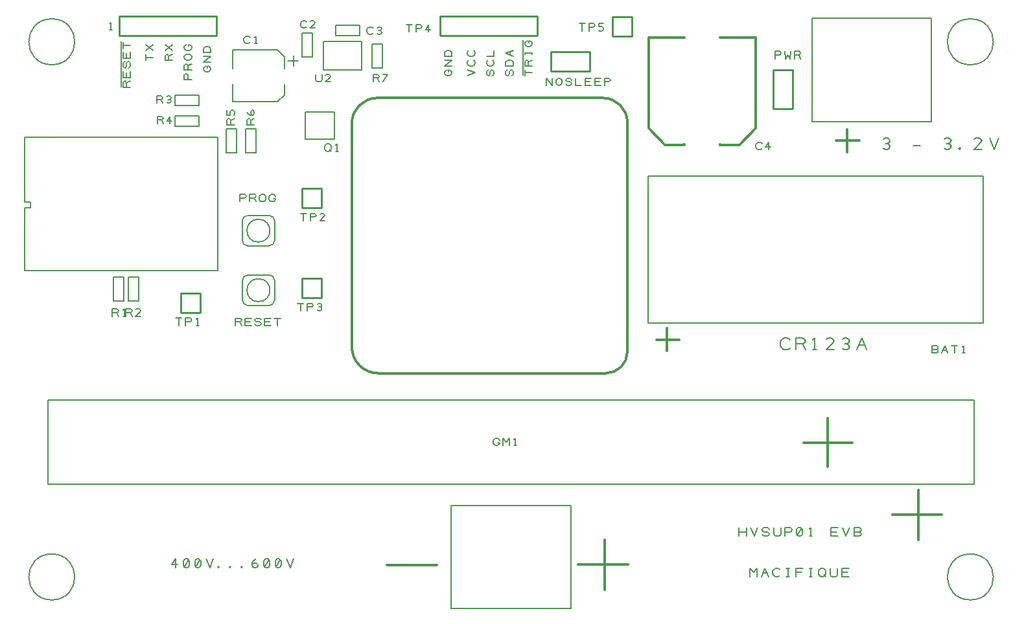
<source format=gbr>
G04 EasyPC Gerber Version 21.0.3 Build 4286 *
%FSLAX35Y35*%
%MOMM*%
%ADD10C,0.12700*%
%ADD12C,0.20000*%
%ADD11C,0.25400*%
%ADD110C,0.30000*%
%ADD111C,0.30480*%
X0Y0D02*
D02*
D10*
X154830Y6257630D02*
X2674830D01*
Y4517630*
X154830*
Y5334170*
X225650*
Y5409170*
X154830*
Y6257630*
X506350Y806350D02*
G75*
G03Y206350J-300000D01*
G01*
G75*
G03Y806350J300000*
G01*
Y7806350D02*
G75*
G03Y7206350J-300000D01*
G01*
G75*
G03Y7806350J300000*
G01*
X1261530Y7665480D02*
X1293280D01*
X1277400D02*
Y7760730D01*
X1261530Y7744860*
X1296350Y3915480D02*
Y4010730D01*
X1351910*
X1367790Y4002800*
X1375730Y3986920*
X1367790Y3971050*
X1351910Y3963110*
X1296350*
X1351910D02*
X1375730Y3915480D01*
X1439230D02*
X1470980D01*
X1455100D02*
Y4010730D01*
X1439230Y3994860*
X1309040Y4427880D02*
X1443660D01*
Y4115460*
X1309040*
Y4427880*
X1476350Y3915160D02*
Y4010410D01*
X1531910*
X1547790Y4002480*
X1555730Y3986600*
X1547790Y3970730*
X1531910Y3962790*
X1476350*
X1531910D02*
X1555730Y3915160D01*
X1666850D02*
X1603350D01*
X1658910Y3970730*
X1666850Y3986600*
X1658910Y4002480*
X1643040Y4010410*
X1619230*
X1603350Y4002480*
X1509040Y4427560D02*
X1643660D01*
Y4115140*
X1509040*
Y4427560*
X1531840Y6911670D02*
X1436590D01*
Y6967230*
X1444520Y6983110*
X1460400Y6991050*
X1476270Y6983110*
X1484210Y6967230*
Y6911670*
Y6967230D02*
X1531840Y6991050D01*
Y7038670D02*
X1436590D01*
Y7118050*
X1484210Y7102170D02*
Y7038670D01*
X1531840D02*
Y7118050D01*
X1508020Y7165670D02*
X1523900Y7173610D01*
X1531840Y7189480*
Y7221230*
X1523900Y7237110*
X1508020Y7245050*
X1492150Y7237110*
X1484210Y7221230*
Y7189480*
X1476270Y7173610*
X1460400Y7165670*
X1444520Y7173610*
X1436590Y7189480*
Y7221230*
X1444520Y7237110*
X1460400Y7245050*
X1531840Y7292670D02*
X1436590D01*
Y7372050*
X1484210Y7356170D02*
Y7292670D01*
X1531840D02*
Y7372050D01*
Y7459360D02*
X1436590D01*
Y7419670D02*
Y7499050D01*
X1415950Y6918020D02*
Y7508570D01*
X1831840Y7301360D02*
X1736590D01*
Y7261670D02*
Y7341050D01*
X1831840Y7388670D02*
X1736590Y7468050D01*
Y7388670D02*
X1831840Y7468050D01*
X1875650Y6705480D02*
Y6800730D01*
X1931210*
X1947090Y6792800*
X1955030Y6776920*
X1947090Y6761050*
X1931210Y6753110*
X1875650*
X1931210D02*
X1955030Y6705480D01*
X2010590Y6713420D02*
X2026460Y6705480D01*
X2042340*
X2058210Y6713420*
X2066150Y6729300*
X2058210Y6745170*
X2042340Y6753110*
X2026460*
X2042340D02*
X2058210Y6761050D01*
X2066150Y6776920*
X2058210Y6792800*
X2042340Y6800730*
X2026460*
X2010590Y6792800*
X1885650Y6435480D02*
Y6530730D01*
X1941210*
X1957090Y6522800*
X1965030Y6506920*
X1957090Y6491050*
X1941210Y6483110*
X1885650*
X1941210D02*
X1965030Y6435480D01*
X2052340D02*
Y6530730D01*
X2012650Y6467230*
X2076150*
X2081840Y7261670D02*
X1986590D01*
Y7317230*
X1994520Y7333110*
X2010400Y7341050*
X2026270Y7333110*
X2034210Y7317230*
Y7261670*
Y7317230D02*
X2081840Y7341050D01*
Y7388670D02*
X1986590Y7468050D01*
Y7388670D02*
X2081840Y7468050D01*
X2119440Y6404360D02*
Y6538980D01*
X2431860*
Y6404360*
X2119440*
Y6674360D02*
Y6808980D01*
X2431860*
Y6674360*
X2119440*
X2164840Y3797980D02*
Y3893230D01*
X2125150D02*
X2204530D01*
X2252150Y3797980D02*
Y3893230D01*
X2307710*
X2323590Y3885300*
X2331530Y3869420*
X2323590Y3853550*
X2307710Y3845610*
X2252150*
X2395030Y3797980D02*
X2426780D01*
X2410900D02*
Y3893230D01*
X2395030Y3877360*
X2331840Y7011670D02*
X2236590D01*
Y7067230*
X2244520Y7083110*
X2260400Y7091050*
X2276270Y7083110*
X2284210Y7067230*
Y7011670*
X2331840Y7138670D02*
X2236590D01*
Y7194230*
X2244520Y7210110*
X2260400Y7218050*
X2276270Y7210110*
X2284210Y7194230*
Y7138670*
Y7194230D02*
X2331840Y7218050D01*
X2300090Y7265670D02*
X2268340D01*
X2252460Y7273610*
X2244520Y7281550*
X2236590Y7297420*
Y7313300*
X2244520Y7329170*
X2252460Y7337110*
X2268340Y7345050*
X2300090*
X2315960Y7337110*
X2323900Y7329170*
X2331840Y7313300*
Y7297420*
X2323900Y7281550*
X2315960Y7273610*
X2300090Y7265670*
X2292150Y7448230D02*
Y7472050D01*
X2300090*
X2315960Y7464110*
X2323900Y7456170*
X2331840Y7440300*
Y7424420*
X2323900Y7408550*
X2315960Y7400610*
X2300090Y7392670*
X2268340*
X2252460Y7400610*
X2244520Y7408550*
X2236590Y7424420*
Y7440300*
X2244520Y7456170*
X2252460Y7464110*
X2268340Y7472050*
X2542150Y7167230D02*
Y7191050D01*
X2550090*
X2565960Y7183110*
X2573900Y7175170*
X2581840Y7159300*
Y7143420*
X2573900Y7127550*
X2565960Y7119610*
X2550090Y7111670*
X2518340*
X2502460Y7119610*
X2494520Y7127550*
X2486590Y7143420*
Y7159300*
X2494520Y7175170*
X2502460Y7183110*
X2518340Y7191050*
X2581840Y7238670D02*
X2486590D01*
X2581840Y7318050*
X2486590*
X2581840Y7365670D02*
X2486590D01*
Y7413300*
X2494520Y7429170*
X2502460Y7437110*
X2518340Y7445050*
X2550090*
X2565960Y7437110*
X2573900Y7429170*
X2581840Y7413300*
Y7365670*
X2788340Y6367880D02*
X2922960D01*
Y6055460*
X2788340*
Y6367880*
X2865650Y6955470D02*
Y6721670D01*
X3455650*
X3545650Y6811670*
Y6955470*
X2865650Y7155470D02*
Y7401670D01*
X3455650*
X3545650Y7311670*
Y7155470*
X2905650Y3795480D02*
Y3890730D01*
X2961210*
X2977090Y3882800*
X2985030Y3866920*
X2977090Y3851050*
X2961210Y3843110*
X2905650*
X2961210D02*
X2985030Y3795480D01*
X3032650D02*
Y3890730D01*
X3112030*
X3096150Y3843110D02*
X3032650D01*
Y3795480D02*
X3112030D01*
X3159650Y3819300D02*
X3167590Y3803420D01*
X3183460Y3795480*
X3215210*
X3231090Y3803420*
X3239030Y3819300*
X3231090Y3835170*
X3215210Y3843110*
X3183460*
X3167590Y3851050*
X3159650Y3866920*
X3167590Y3882800*
X3183460Y3890730*
X3215210*
X3231090Y3882800*
X3239030Y3866920*
X3286650Y3795480D02*
Y3890730D01*
X3366030*
X3350150Y3843110D02*
X3286650D01*
Y3795480D02*
X3366030D01*
X3453340D02*
Y3890730D01*
X3413650D02*
X3493030D01*
X2891840Y6421670D02*
X2796590D01*
Y6477230*
X2804520Y6493110*
X2820400Y6501050*
X2836270Y6493110*
X2844210Y6477230*
Y6421670*
Y6477230D02*
X2891840Y6501050D01*
X2883900Y6548670D02*
X2891840Y6564550D01*
Y6588360*
X2883900Y6604230*
X2868020Y6612170*
X2860090*
X2844210Y6604230*
X2836270Y6588360*
Y6548670*
X2796590*
Y6612170*
X2965650Y5415480D02*
Y5510730D01*
X3021210*
X3037090Y5502800*
X3045030Y5486920*
X3037090Y5471050*
X3021210Y5463110*
X2965650*
X3092650Y5415480D02*
Y5510730D01*
X3148210*
X3164090Y5502800*
X3172030Y5486920*
X3164090Y5471050*
X3148210Y5463110*
X3092650*
X3148210D02*
X3172030Y5415480D01*
X3219650Y5447230D02*
Y5478980D01*
X3227590Y5494860*
X3235530Y5502800*
X3251400Y5510730*
X3267280*
X3283150Y5502800*
X3291090Y5494860*
X3299030Y5478980*
Y5447230*
X3291090Y5431360*
X3283150Y5423420*
X3267280Y5415480*
X3251400*
X3235530Y5423420*
X3227590Y5431360*
X3219650Y5447230*
X3402210Y5455170D02*
X3426030D01*
Y5447230*
X3418090Y5431360*
X3410150Y5423420*
X3394280Y5415480*
X3378400*
X3362530Y5423420*
X3354590Y5431360*
X3346650Y5447230*
Y5478980*
X3354590Y5494860*
X3362530Y5502800*
X3378400Y5510730*
X3394280*
X3410150Y5502800*
X3418090Y5494860*
X3426030Y5478980*
X3095030Y7501360D02*
X3087090Y7493420D01*
X3071210Y7485480*
X3047400*
X3031530Y7493420*
X3023590Y7501360*
X3015650Y7517230*
Y7548980*
X3023590Y7564860*
X3031530Y7572800*
X3047400Y7580730*
X3071210*
X3087090Y7572800*
X3095030Y7564860*
X3158530Y7485480D02*
X3190280D01*
X3174400D02*
Y7580730D01*
X3158530Y7564860*
X3038340Y6367880D02*
X3172960D01*
Y6055460*
X3038340*
Y6367880*
X3068150Y4836670D02*
X3343150D01*
G75*
G03X3418150Y4911670J75000*
G01*
Y5161670*
G75*
G03X3343150Y5236670I-75000*
G01*
X3068150*
G75*
G03X2993150Y5161670J-75000*
G01*
Y4911670*
G75*
G03X3068150Y4836670I75000*
G01*
X3151840Y6421670D02*
X3056590D01*
Y6477230*
X3064520Y6493110*
X3080400Y6501050*
X3096270Y6493110*
X3104210Y6477230*
Y6421670*
Y6477230D02*
X3151840Y6501050D01*
X3128020Y6548670D02*
X3112150Y6556610D01*
X3104210Y6572480*
Y6588360*
X3112150Y6604230*
X3128020Y6612170*
X3143900Y6604230*
X3151840Y6588360*
Y6572480*
X3143900Y6556610*
X3128020Y6548670*
X3104210*
X3080400Y6556610*
X3064520Y6572480*
X3056590Y6588360*
X3205650Y5186170D02*
G75*
G03Y4886170J-150000D01*
G01*
G75*
G03Y5186170J150000*
G01*
X3206350Y4107170D02*
G75*
G03Y4407170J150000D01*
G01*
G75*
G03Y4107170J-150000*
G01*
X3343850Y4456670D02*
X3068850D01*
G75*
G03X2993850Y4381670J-75000*
G01*
Y4131670*
G75*
G03X3068850Y4056670I75000*
G01*
X3343850*
G75*
G03X3418850Y4131670J75000*
G01*
Y4381670*
G75*
G03X3343850Y4456670I-75000*
G01*
X3591250Y7255470D02*
X3721250D01*
X3661250Y7325470D02*
Y7185470D01*
X3755540Y3987980D02*
Y4083230D01*
X3715850D02*
X3795230D01*
X3842850Y3987980D02*
Y4083230D01*
X3898410*
X3914290Y4075300*
X3922230Y4059420*
X3914290Y4043550*
X3898410Y4035610*
X3842850*
X3977790Y3995920D02*
X3993660Y3987980D01*
X4009540*
X4025410Y3995920*
X4033350Y4011800*
X4025410Y4027670*
X4009540Y4035610*
X3993660*
X4009540D02*
X4025410Y4043550D01*
X4033350Y4059420*
X4025410Y4075300*
X4009540Y4083230*
X3993660*
X3977790Y4075300*
X3795340Y5165480D02*
Y5260730D01*
X3755650D02*
X3835030D01*
X3882650Y5165480D02*
Y5260730D01*
X3938210*
X3954090Y5252800*
X3962030Y5236920*
X3954090Y5221050*
X3938210Y5213110*
X3882650*
X4073150Y5165480D02*
X4009650D01*
X4065210Y5221050*
X4073150Y5236920*
X4065210Y5252800*
X4049340Y5260730*
X4025530*
X4009650Y5252800*
X3835030Y7701360D02*
X3827090Y7693420D01*
X3811210Y7685480*
X3787400*
X3771530Y7693420*
X3763590Y7701360*
X3755650Y7717230*
Y7748980*
X3763590Y7764860*
X3771530Y7772800*
X3787400Y7780730*
X3811210*
X3827090Y7772800*
X3835030Y7764860*
X3946150Y7685480D02*
X3882650D01*
X3938210Y7741050*
X3946150Y7756920*
X3938210Y7772800*
X3922340Y7780730*
X3898530*
X3882650Y7772800*
X3912960Y7305460D02*
X3778340D01*
Y7617880*
X3912960*
Y7305460*
X3955650Y7080730D02*
Y7009300D01*
X3963590Y6993420*
X3979460Y6985480*
X4011210*
X4027090Y6993420*
X4035030Y7009300*
Y7080730*
X4146150Y6985480D02*
X4082650D01*
X4138210Y7041050*
X4146150Y7056920*
X4138210Y7072800*
X4122340Y7080730*
X4098530*
X4082650Y7072800*
X4055190Y7139570D02*
X4550490D01*
Y7507870*
X4055190*
Y7139570*
X4075650Y6107230D02*
Y6138980D01*
X4083590Y6154860*
X4091530Y6162800*
X4107400Y6170730*
X4123280*
X4139150Y6162800*
X4147090Y6154860*
X4155030Y6138980*
Y6107230*
X4147090Y6091360*
X4139150Y6083420*
X4123280Y6075480*
X4107400*
X4091530Y6083420*
X4083590Y6091360*
X4075650Y6107230*
X4131210Y6099300D02*
X4155030Y6075480D01*
X4218530D02*
X4250280D01*
X4234400D02*
Y6170730D01*
X4218530Y6154860*
X4196150Y6589470D02*
X3815150D01*
Y6233870*
X4196150*
Y6586930*
X4219440Y7584360D02*
Y7718980D01*
X4531860*
Y7584360*
X4219440*
X4705030Y7621360D02*
X4697090Y7613420D01*
X4681210Y7605480*
X4657400*
X4641530Y7613420*
X4633590Y7621360*
X4625650Y7637230*
Y7668980*
X4633590Y7684860*
X4641530Y7692800*
X4657400Y7700730*
X4681210*
X4697090Y7692800*
X4705030Y7684860*
X4760590Y7613420D02*
X4776460Y7605480D01*
X4792340*
X4808210Y7613420*
X4816150Y7629300*
X4808210Y7645170*
X4792340Y7653110*
X4776460*
X4792340D02*
X4808210Y7661050D01*
X4816150Y7676920*
X4808210Y7692800*
X4792340Y7700730*
X4776460*
X4760590Y7692800*
X4688340Y7477880D02*
X4822960D01*
Y7165460*
X4688340*
Y7477880*
X4705650Y6985480D02*
Y7080730D01*
X4761210*
X4777090Y7072800*
X4785030Y7056920*
X4777090Y7041050*
X4761210Y7033110*
X4705650*
X4761210D02*
X4785030Y6985480D01*
X4832650D02*
X4896150Y7080730D01*
X4832650*
X5175340Y7635480D02*
Y7730730D01*
X5135650D02*
X5215030D01*
X5262650Y7635480D02*
Y7730730D01*
X5318210*
X5334090Y7722800*
X5342030Y7706920*
X5334090Y7691050*
X5318210Y7683110*
X5262650*
X5429340Y7635480D02*
Y7730730D01*
X5389650Y7667230*
X5453150*
X5692150Y7117230D02*
Y7141050D01*
X5700090*
X5715960Y7133110*
X5723900Y7125170*
X5731840Y7109300*
Y7093420*
X5723900Y7077550*
X5715960Y7069610*
X5700090Y7061670*
X5668340*
X5652460Y7069610*
X5644520Y7077550*
X5636590Y7093420*
Y7109300*
X5644520Y7125170*
X5652460Y7133110*
X5668340Y7141050*
X5731840Y7188670D02*
X5636590D01*
X5731840Y7268050*
X5636590*
X5731840Y7315670D02*
X5636590D01*
Y7363300*
X5644520Y7379170*
X5652460Y7387110*
X5668340Y7395050*
X5700090*
X5715960Y7387110*
X5723900Y7379170*
X5731840Y7363300*
Y7315670*
X5936590Y7061670D02*
X6031840Y7101360D01*
X5936590Y7141050*
X6015960Y7268050D02*
X6023900Y7260110D01*
X6031840Y7244230*
Y7220420*
X6023900Y7204550*
X6015960Y7196610*
X6000090Y7188670*
X5968340*
X5952460Y7196610*
X5944520Y7204550*
X5936590Y7220420*
Y7244230*
X5944520Y7260110*
X5952460Y7268050*
X6015960Y7395050D02*
X6023900Y7387110D01*
X6031840Y7371230*
Y7347420*
X6023900Y7331550*
X6015960Y7323610*
X6000090Y7315670*
X5968340*
X5952460Y7323610*
X5944520Y7331550*
X5936590Y7347420*
Y7371230*
X5944520Y7387110*
X5952460Y7395050*
X6331210Y2265170D02*
X6355030D01*
Y2257230*
X6347090Y2241360*
X6339150Y2233420*
X6323280Y2225480*
X6307400*
X6291530Y2233420*
X6283590Y2241360*
X6275650Y2257230*
Y2288980*
X6283590Y2304860*
X6291530Y2312800*
X6307400Y2320730*
X6323280*
X6339150Y2312800*
X6347090Y2304860*
X6355030Y2288980*
X6402650Y2225480D02*
Y2320730D01*
X6442340Y2273110*
X6482030Y2320730*
Y2225480*
X6545530D02*
X6577280D01*
X6561400D02*
Y2320730D01*
X6545530Y2304860*
X6258020Y7061670D02*
X6273900Y7069610D01*
X6281840Y7085480*
Y7117230*
X6273900Y7133110*
X6258020Y7141050*
X6242150Y7133110*
X6234210Y7117230*
Y7085480*
X6226270Y7069610*
X6210400Y7061670*
X6194520Y7069610*
X6186590Y7085480*
Y7117230*
X6194520Y7133110*
X6210400Y7141050*
X6265960Y7268050D02*
X6273900Y7260110D01*
X6281840Y7244230*
Y7220420*
X6273900Y7204550*
X6265960Y7196610*
X6250090Y7188670*
X6218340*
X6202460Y7196610*
X6194520Y7204550*
X6186590Y7220420*
Y7244230*
X6194520Y7260110*
X6202460Y7268050*
X6186590Y7315670D02*
X6281840D01*
Y7395050*
X6508020Y7061670D02*
X6523900Y7069610D01*
X6531840Y7085480*
Y7117230*
X6523900Y7133110*
X6508020Y7141050*
X6492150Y7133110*
X6484210Y7117230*
Y7085480*
X6476270Y7069610*
X6460400Y7061670*
X6444520Y7069610*
X6436590Y7085480*
Y7117230*
X6444520Y7133110*
X6460400Y7141050*
X6531840Y7188670D02*
X6436590D01*
Y7236300*
X6444520Y7252170*
X6452460Y7260110*
X6468340Y7268050*
X6500090*
X6515960Y7260110*
X6523900Y7252170*
X6531840Y7236300*
Y7188670*
Y7315670D02*
X6436590Y7355360D01*
X6531840Y7395050*
X6492150Y7331550D02*
Y7379170D01*
X6781840Y7101360D02*
X6686590D01*
Y7061670D02*
Y7141050D01*
X6781840Y7188670D02*
X6686590D01*
Y7244230*
X6694520Y7260110*
X6710400Y7268050*
X6726270Y7260110*
X6734210Y7244230*
Y7188670*
Y7244230D02*
X6781840Y7268050D01*
Y7339480D02*
Y7371230D01*
Y7355360D02*
X6686590D01*
Y7339480D02*
Y7371230D01*
X6742150Y7498230D02*
Y7522050D01*
X6750090*
X6765960Y7514110*
X6773900Y7506170*
X6781840Y7490300*
Y7474420*
X6773900Y7458550*
X6765960Y7450610*
X6750090Y7442670*
X6718340*
X6702460Y7450610*
X6694520Y7458550*
X6686590Y7474420*
Y7490300*
X6694520Y7506170*
X6702460Y7514110*
X6718340Y7522050*
X6665950Y7068020D02*
Y7531570D01*
X6965650Y6935480D02*
Y7030730D01*
X7045030Y6935480*
Y7030730*
X7092650Y6967230D02*
Y6998980D01*
X7100590Y7014860*
X7108530Y7022800*
X7124400Y7030730*
X7140280*
X7156150Y7022800*
X7164090Y7014860*
X7172030Y6998980*
Y6967230*
X7164090Y6951360*
X7156150Y6943420*
X7140280Y6935480*
X7124400*
X7108530Y6943420*
X7100590Y6951360*
X7092650Y6967230*
X7219650Y6959300D02*
X7227590Y6943420D01*
X7243460Y6935480*
X7275210*
X7291090Y6943420*
X7299030Y6959300*
X7291090Y6975170*
X7275210Y6983110*
X7243460*
X7227590Y6991050*
X7219650Y7006920*
X7227590Y7022800*
X7243460Y7030730*
X7275210*
X7291090Y7022800*
X7299030Y7006920*
X7346650Y7030730D02*
Y6935480D01*
X7426030*
X7473650D02*
Y7030730D01*
X7553030*
X7537150Y6983110D02*
X7473650D01*
Y6935480D02*
X7553030D01*
X7600650D02*
Y7030730D01*
X7680030*
X7664150Y6983110D02*
X7600650D01*
Y6935480D02*
X7680030D01*
X7727650D02*
Y7030730D01*
X7783210*
X7799090Y7022800*
X7807030Y7006920*
X7799090Y6991050*
X7783210Y6983110*
X7727650*
X7287350Y91670D02*
X5725350D01*
Y1441670*
X7287350*
Y91670*
X7435340Y7650160D02*
Y7745410D01*
X7395650D02*
X7475030D01*
X7522650Y7650160D02*
Y7745410D01*
X7578210*
X7594090Y7737480*
X7602030Y7721600*
X7594090Y7705730*
X7578210Y7697790*
X7522650*
X7649650Y7658100D02*
X7665530Y7650160D01*
X7689340*
X7705210Y7658100*
X7713150Y7673980*
Y7681910*
X7705210Y7697790*
X7689340Y7705730*
X7649650*
Y7745410*
X7713150*
X8293790Y3831240D02*
X12675790D01*
Y5751240*
X8293790*
Y3831240*
X9785030Y6111360D02*
X9777090Y6103420D01*
X9761210Y6095480*
X9737400*
X9721530Y6103420*
X9713590Y6111360*
X9705650Y6127230*
Y6158980*
X9713590Y6174860*
X9721530Y6182800*
X9737400Y6190730*
X9761210*
X9777090Y6182800*
X9785030Y6174860*
X9872340Y6095480D02*
Y6190730D01*
X9832650Y6127230*
X9896150*
X9955650Y7285480D02*
Y7380730D01*
X10011210*
X10027090Y7372800*
X10035030Y7356920*
X10027090Y7341050*
X10011210Y7333110*
X9955650*
X10082650Y7380730D02*
X10090590Y7285480D01*
X10122340Y7333110*
X10154090Y7285480*
X10162030Y7380730*
X10209650Y7285480D02*
Y7380730D01*
X10265210*
X10281090Y7372800*
X10289030Y7356920*
X10281090Y7341050*
X10265210Y7333110*
X10209650*
X10265210D02*
X10289030Y7285480D01*
X10434650Y7811670D02*
X11996650D01*
Y6461670*
X10434650*
Y7811670*
X12061210Y3483110D02*
X12077090Y3475170D01*
X12085030Y3459300*
X12077090Y3443420*
X12061210Y3435480*
X12005650*
Y3530730*
X12061210*
X12077090Y3522800*
X12085030Y3506920*
X12077090Y3491050*
X12061210Y3483110*
X12005650*
X12132650Y3435480D02*
X12172340Y3530730D01*
X12212030Y3435480*
X12148530Y3475170D02*
X12196150D01*
X12299340Y3435480D02*
Y3530730D01*
X12259650D02*
X12339030D01*
X12402530Y3435480D02*
X12434280D01*
X12418400D02*
Y3530730D01*
X12402530Y3514860*
X12506350Y806350D02*
G75*
G03Y206350J-300000D01*
G01*
G75*
G03Y806350J300000*
G01*
Y7806350D02*
G75*
G03Y7206350J-300000D01*
G01*
G75*
G03Y7806350J300000*
G01*
X12556350Y2821670D02*
X456350D01*
Y1721670*
X12556350*
Y2821670*
D02*
D11*
X1387500Y7589790D02*
X2657500D01*
Y7843790*
X1387500*
Y7589790*
X2188650Y4218670D02*
Y3964670D01*
X2442650*
Y4218670*
X2188650*
X3778650Y5588670D02*
Y5334670D01*
X4032650*
Y5588670*
X3778650*
X3779350Y4408670D02*
Y4154670D01*
X4033350*
Y4408670*
X3779350*
X5578200Y7585110D02*
X6848200D01*
Y7839110*
X5578200*
Y7585110*
X7532650Y7378670D02*
X7024650D01*
Y7124670*
X7532650*
Y7378670*
X7828650Y7833350D02*
Y7579350D01*
X8082650*
Y7833350*
X7828650*
X9928650Y7138670D02*
Y6630670D01*
X10182650*
Y7138670*
X9928650*
D02*
D12*
X2122530Y629800D02*
Y742300D01*
X2075650Y667300*
X2150650*
X2235030Y639170D02*
X2253780Y629800D01*
X2272530*
X2291280Y639170*
X2300650Y657920*
Y714170*
X2291280Y732920*
X2272530Y742300*
X2253780*
X2235030Y732920*
X2225650Y714170*
Y657920*
X2235030Y639170*
X2291280Y732920*
X2385030Y639170D02*
X2403780Y629800D01*
X2422530*
X2441280Y639170*
X2450650Y657920*
Y714170*
X2441280Y732920*
X2422530Y742300*
X2403780*
X2385030Y732920*
X2375650Y714170*
Y657920*
X2385030Y639170*
X2441280Y732920*
X2525650Y742300D02*
X2572530Y629800D01*
X2619400Y742300*
X2685030Y629800D02*
X2694400Y639170D01*
X2685030Y648550*
X2675650Y639170*
X2685030Y629800*
X2835030D02*
X2844400Y639170D01*
X2835030Y648550*
X2825650Y639170*
X2835030Y629800*
X2985030D02*
X2994400Y639170D01*
X2985030Y648550*
X2975650Y639170*
X2985030Y629800*
X3125650Y657920D02*
X3135030Y676670D01*
X3153780Y686050*
X3172530*
X3191280Y676670*
X3200650Y657920*
X3191280Y639170*
X3172530Y629800*
X3153780*
X3135030Y639170*
X3125650Y657920*
Y686050*
X3135030Y714170*
X3153780Y732920*
X3172530Y742300*
X3285030Y639170D02*
X3303780Y629800D01*
X3322530*
X3341280Y639170*
X3350650Y657920*
Y714170*
X3341280Y732920*
X3322530Y742300*
X3303780*
X3285030Y732920*
X3275650Y714170*
Y657920*
X3285030Y639170*
X3341280Y732920*
X3435030Y639170D02*
X3453780Y629800D01*
X3472530*
X3491280Y639170*
X3500650Y657920*
Y714170*
X3491280Y732920*
X3472530Y742300*
X3453780*
X3435030Y732920*
X3425650Y714170*
Y657920*
X3435030Y639170*
X3491280Y732920*
X3575650Y742300D02*
X3622530Y629800D01*
X3669400Y742300*
X9485650Y1039800D02*
Y1152300D01*
Y1096050D02*
X9579400D01*
Y1039800D02*
Y1152300D01*
X9635650D02*
X9682530Y1039800D01*
X9729400Y1152300*
X9785650Y1067920D02*
X9795030Y1049170D01*
X9813780Y1039800*
X9851280*
X9870030Y1049170*
X9879400Y1067920*
X9870030Y1086670*
X9851280Y1096050*
X9813780*
X9795030Y1105420*
X9785650Y1124170*
X9795030Y1142920*
X9813780Y1152300*
X9851280*
X9870030Y1142920*
X9879400Y1124170*
X9935650Y1152300D02*
Y1067920D01*
X9945030Y1049170*
X9963780Y1039800*
X10001280*
X10020030Y1049170*
X10029400Y1067920*
Y1152300*
X10085650Y1039800D02*
Y1152300D01*
X10151280*
X10170030Y1142920*
X10179400Y1124170*
X10170030Y1105420*
X10151280Y1096050*
X10085650*
X10245030Y1049170D02*
X10263780Y1039800D01*
X10282530*
X10301280Y1049170*
X10310650Y1067920*
Y1124170*
X10301280Y1142920*
X10282530Y1152300*
X10263780*
X10245030Y1142920*
X10235650Y1124170*
Y1067920*
X10245030Y1049170*
X10301280Y1142920*
X10404400Y1039800D02*
X10441900D01*
X10423150D02*
Y1152300D01*
X10404400Y1133550*
X10685650Y1039800D02*
Y1152300D01*
X10779400*
X10760650Y1096050D02*
X10685650D01*
Y1039800D02*
X10779400D01*
X10835650Y1152300D02*
X10882530Y1039800D01*
X10929400Y1152300*
X11051280Y1096050D02*
X11070030Y1086670D01*
X11079400Y1067920*
X11070030Y1049170*
X11051280Y1039800*
X10985650*
Y1152300*
X11051280*
X11070030Y1142920*
X11079400Y1124170*
X11070030Y1105420*
X11051280Y1096050*
X10985650*
X9625650Y509800D02*
Y622300D01*
X9672530Y566050*
X9719400Y622300*
Y509800*
X9775650D02*
X9822530Y622300D01*
X9869400Y509800*
X9794400Y556670D02*
X9850650D01*
X10019400Y528550D02*
X10010030Y519170D01*
X9991280Y509800*
X9963150*
X9944400Y519170*
X9935030Y528550*
X9925650Y547300*
Y584800*
X9935030Y603550*
X9944400Y612920*
X9963150Y622300*
X9991280*
X10010030Y612920*
X10019400Y603550*
X10103780Y509800D02*
X10141280D01*
X10122530D02*
Y622300D01*
X10103780D02*
X10141280D01*
X10225650Y509800D02*
Y622300D01*
X10319400*
X10300650Y566050D02*
X10225650D01*
X10403780Y509800D02*
X10441280D01*
X10422530D02*
Y622300D01*
X10403780D02*
X10441280D01*
X10525650Y547300D02*
Y584800D01*
X10535030Y603550*
X10544400Y612920*
X10563150Y622300*
X10581900*
X10600650Y612920*
X10610030Y603550*
X10619400Y584800*
Y547300*
X10610030Y528550*
X10600650Y519170*
X10581900Y509800*
X10563150*
X10544400Y519170*
X10535030Y528550*
X10525650Y547300*
X10591280Y537920D02*
X10619400Y509800D01*
X10675650Y622300D02*
Y537920D01*
X10685030Y519170*
X10703780Y509800*
X10741280*
X10760030Y519170*
X10769400Y537920*
Y622300*
X10825650Y509800D02*
Y622300D01*
X10919400*
X10900650Y566050D02*
X10825650D01*
Y509800D02*
X10919400D01*
X10150650Y3504170D02*
X10138150Y3491670D01*
X10113150Y3479170*
X10075650*
X10050650Y3491670*
X10038150Y3504170*
X10025650Y3529170*
Y3579170*
X10038150Y3604170*
X10050650Y3616670*
X10075650Y3629170*
X10113150*
X10138150Y3616670*
X10150650Y3604170*
X10225650Y3479170D02*
Y3629170D01*
X10313150*
X10338150Y3616670*
X10350650Y3591670*
X10338150Y3566670*
X10313150Y3554170*
X10225650*
X10313150D02*
X10350650Y3479170D01*
X10450650D02*
X10500650D01*
X10475650D02*
Y3629170D01*
X10450650Y3604170*
X10725650Y3479170D02*
X10625650D01*
X10713150Y3566670*
X10725650Y3591670*
X10713150Y3616670*
X10688150Y3629170*
X10650650*
X10625650Y3616670*
X10838150Y3491670D02*
X10863150Y3479170D01*
X10888150*
X10913150Y3491670*
X10925650Y3516670*
X10913150Y3541670*
X10888150Y3554170*
X10863150*
X10888150D02*
X10913150Y3566670D01*
X10925650Y3591670*
X10913150Y3616670*
X10888150Y3629170*
X10863150*
X10838150Y3616670*
X11025650Y3479170D02*
X11088150Y3629170D01*
X11150650Y3479170*
X11050650Y3541670D02*
X11125650D01*
X11368150Y6111670D02*
X11393150Y6099170D01*
X11418150*
X11443150Y6111670*
X11455650Y6136670*
X11443150Y6161670*
X11418150Y6174170*
X11393150*
X11418150D02*
X11443150Y6186670D01*
X11455650Y6211670*
X11443150Y6236670*
X11418150Y6249170*
X11393150*
X11368150Y6236670*
X11755650Y6149170D02*
X11855650D01*
X12168150Y6111670D02*
X12193150Y6099170D01*
X12218150*
X12243150Y6111670*
X12255650Y6136670*
X12243150Y6161670*
X12218150Y6174170*
X12193150*
X12218150D02*
X12243150Y6186670D01*
X12255650Y6211670*
X12243150Y6236670*
X12218150Y6249170*
X12193150*
X12168150Y6236670*
X12368150Y6099170D02*
X12380650Y6111670D01*
X12368150Y6124170*
X12355650Y6111670*
X12368150Y6099170*
X12655650D02*
X12555650D01*
X12643150Y6186670*
X12655650Y6211670*
X12643150Y6236670*
X12618150Y6249170*
X12580650*
X12555650Y6236670*
X12755650Y6249170D02*
X12818150Y6099170D01*
X12880650Y6249170*
D02*
D110*
X4885650Y661670D02*
X5535650D01*
X7385650Y671670D02*
X8035650D01*
X7725650Y991670D02*
Y341670D01*
X8545650Y3761670D02*
Y3461670D01*
X8705650Y3611670D02*
X8405650D01*
X10895650Y6361670D02*
Y6061670D01*
X11055650Y6211670D02*
X10755650D01*
X11485650Y1321670D02*
X12135650D01*
X11825650Y1641670D02*
Y991670D01*
D02*
D111*
X7707740Y6771480D02*
G75*
G02X8025240Y6453980J-317500D01*
G01*
Y3450880*
G75*
G02X7745840Y3171480I-279400*
G01*
X4769340*
G75*
G02X4426440Y3514380J342900*
G01*
Y6441280*
G75*
G02X4756640Y6771480I330200*
G01*
X7707740*
X8763610Y6160870D02*
X8774750D01*
Y6160070*
X8520690*
X8305650Y6375110*
Y7561670*
X8774750*
X9236610Y6160870D02*
Y6160070D01*
X9490610*
X9705650Y6375110*
Y7561670*
X9236610*
X10645840Y2581830D02*
Y1946830D01*
X10963340Y2264330D02*
X10328340D01*
X0Y0D02*
M02*

</source>
